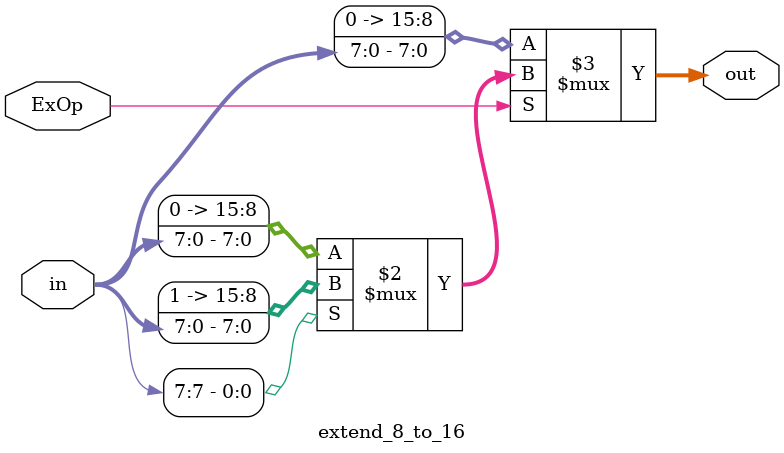
<source format=v>
`timescale 1ns/10ps

module tb_extend_8_to_16();

	wire [15:0] out;
	reg [7:0] in;
	reg ExOp;
	
	extend_8_to_16 uut(out, in, ExOp);
	
	initial
	begin
		#00 ExOp=1'b0 ; in=8'h02; 
		#20 ExOp=1'b0 ; in=8'hf2; 
		#20 ExOp=1'b1 ; in=8'h02; 
		#20 ExOp=1'b1 ; in=8'hf2; 
		#20 $stop;
	end 
	
	initial
	begin
	$monitor("time=%3d, in=%8b, out=%16b, ExOp=%b ",$time,in,out,ExOp);
	end
	
endmodule


module extend_8_to_16(out, in, ExOp);

	output reg [15:0] out;
	input  [7:0] in;
	input ExOp ;

	always@(in)
	begin
	out = (ExOp)?((in[7])?{8'hff,in}:{8'b0,in}):({8'b0,in}); 
	end
	
endmodule 
	
</source>
